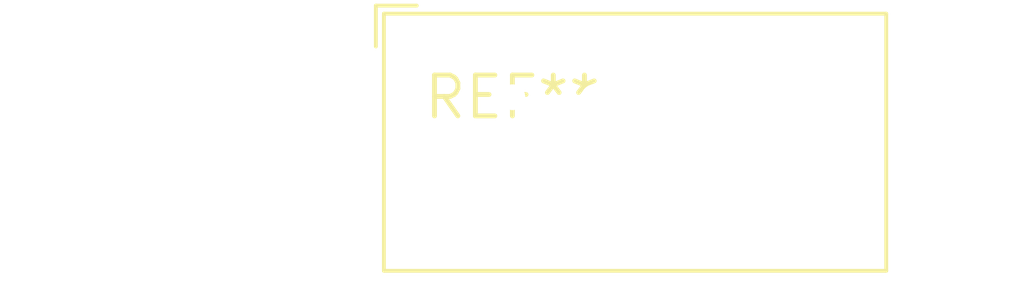
<source format=kicad_pcb>
(kicad_pcb (version 20240108) (generator pcbnew)
  (layers (0 "F.Cu" signal) (31 "B.Cu" signal) (34 "B.Paste" user) (35 "F.Paste" user) (36 "B.SilkS" user "B.Silkscreen") (37 "F.SilkS" user "F.Silkscreen") (38 "B.Mask" user) (39 "F.Mask" user) (44 "Edge.Cuts" user))
  (net 0 "")
  (footprint "ASAIR_AM2302_P2.54mm_Vertical" (layer "F.Cu") (at 0 0)
    (property "Reference" "REF**")
    (property "Value" "ASAIR_AM2302_P2.54mm_Vertical")
    (fp_line (start -4.24 -2.85) (end -2.97 -2.85) (layer "F.SilkS") (stroke (width 0.12)))
    (fp_line (start -4.24 -1.58) (end -4.24 -2.85) (layer "F.SilkS") (stroke (width 0.12)))
    (fp_line (start -3.99 -2.6) (end 11.61 -2.6) (layer "F.SilkS") (stroke (width 0.12)))
    (fp_line (start -3.99 5.4) (end -3.99 -2.6) (layer "F.SilkS") (stroke (width 0.12)))
    (fp_line (start 11.61 -2.6) (end 11.61 5.4) (layer "F.SilkS") (stroke (width 0.12)))
    (fp_line (start 11.61 5.4) (end -3.99 5.4) (layer "F.SilkS") (stroke (width 0.12)))
    (pad "1" thru_hole rect (at 0 0 90) (size 1.5 1.5) (drill 0.8) (layers *.Cu *.Mask) (remove_unused_layers))
    (pad "2" thru_hole circle (at 2.54 0 90) (size 1.5 1.5) (drill 0.8) (layers *.Cu *.Mask) (remove_unused_layers))
    (pad "3" thru_hole circle (at 5.08 0 90) (size 1.5 1.5) (drill 0.8) (layers *.Cu *.Mask) (remove_unused_layers))
    (pad "4" thru_hole circle (at 7.62 0 90) (size 1.5 1.5) (drill 0.8) (layers *.Cu *.Mask) (remove_unused_layers))
  )
)
</source>
